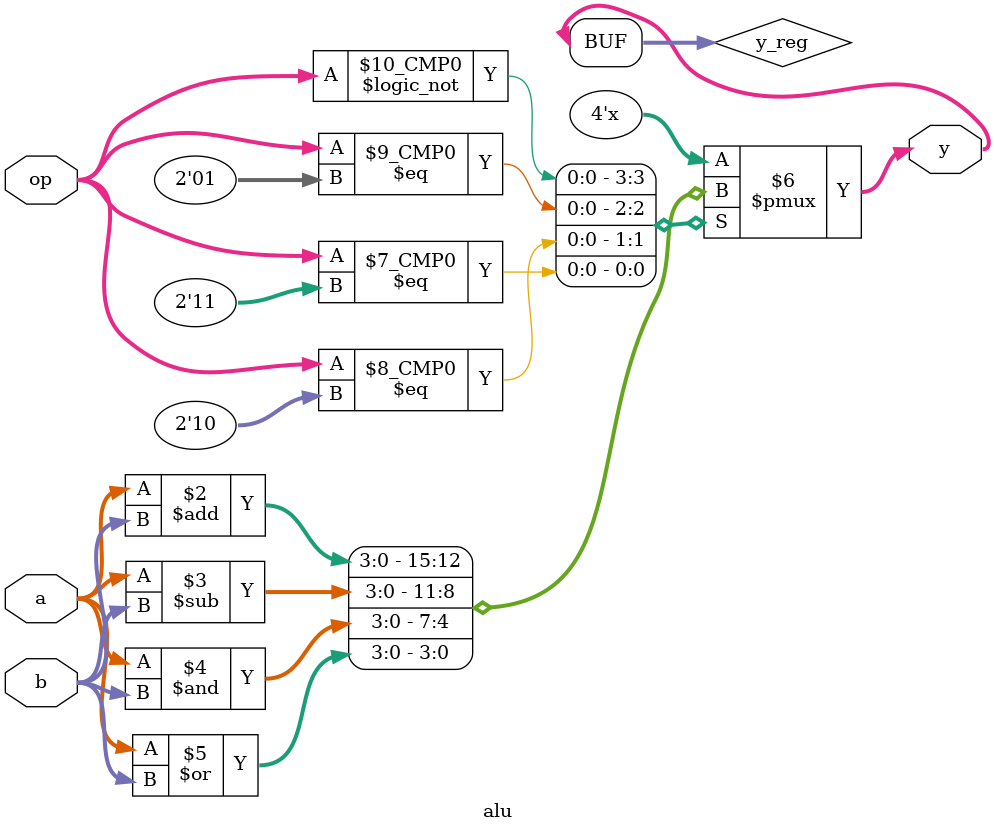
<source format=sv>
module alu  (
    input logic [3:0] a,
    input logic [3:0] b,
    input logic [1:0] op,
    output logic [3:0] y
);
    
    reg [3:0] y_reg;
    always @(*) begin
        case (op)
            2'b00: y_reg = a + b;
            2'b01: y_reg = a - b;
            2'b10: y_reg = a & b;
            2'b11: y_reg = a | b;
            default: y_reg = 4'b0000;
        endcase
    end
    assign y = y_reg;
endmodule
</source>
